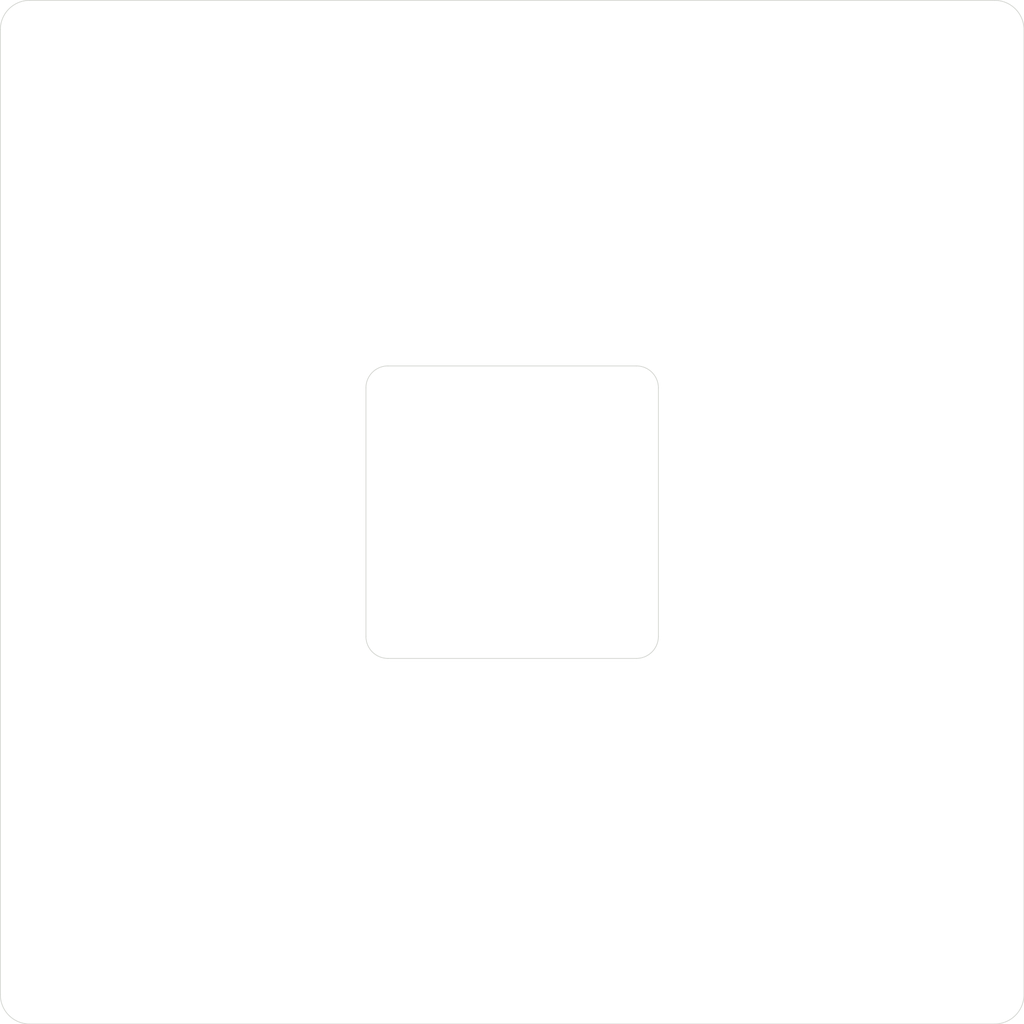
<source format=kicad_pcb>
(kicad_pcb
	(version 20240706)
	(generator "pcbnew")
	(generator_version "8.99")
	(general
		(thickness 1)
		(legacy_teardrops no)
	)
	(paper "A4")
	(layers
		(0 "F.Cu" signal)
		(31 "B.Cu" signal)
		(32 "B.Adhes" user "B.Adhesive")
		(33 "F.Adhes" user "F.Adhesive")
		(34 "B.Paste" user)
		(35 "F.Paste" user)
		(36 "B.SilkS" user "B.Silkscreen")
		(37 "F.SilkS" user "F.Silkscreen")
		(38 "B.Mask" user)
		(39 "F.Mask" user)
		(40 "Dwgs.User" user "User.Drawings")
		(41 "Cmts.User" user "User.Comments")
		(42 "Eco1.User" user "User.Eco1")
		(43 "Eco2.User" user "User.Eco2")
		(44 "Edge.Cuts" user)
		(45 "Margin" user)
		(46 "B.CrtYd" user "B.Courtyard")
		(47 "F.CrtYd" user "F.Courtyard")
		(48 "B.Fab" user)
		(49 "F.Fab" user)
		(50 "User.1" auxiliary)
		(51 "User.2" auxiliary)
		(52 "User.3" auxiliary)
		(53 "User.4" auxiliary)
		(54 "User.5" auxiliary)
		(55 "User.6" auxiliary)
		(56 "User.7" auxiliary)
		(57 "User.8" auxiliary)
		(58 "User.9" auxiliary)
	)
	(setup
		(stackup
			(layer "F.SilkS"
				(type "Top Silk Screen")
			)
			(layer "F.Paste"
				(type "Top Solder Paste")
			)
			(layer "F.Mask"
				(type "Top Solder Mask")
				(thickness 0.01)
			)
			(layer "F.Cu"
				(type "copper")
				(thickness 0.035)
			)
			(layer "dielectric 1"
				(type "core")
				(thickness 0.91)
				(material "FR4")
				(epsilon_r 4.5)
				(loss_tangent 0.02)
			)
			(layer "B.Cu"
				(type "copper")
				(thickness 0.035)
			)
			(layer "B.Mask"
				(type "Bottom Solder Mask")
				(thickness 0.01)
			)
			(layer "B.Paste"
				(type "Bottom Solder Paste")
			)
			(layer "B.SilkS"
				(type "Bottom Silk Screen")
			)
			(copper_finish "None")
			(dielectric_constraints no)
		)
		(pad_to_mask_clearance 0)
		(allow_soldermask_bridges_in_footprints no)
		(tenting front back)
		(grid_origin 148 95)
		(pcbplotparams
			(layerselection 0x00010f0_ffffffff)
			(plot_on_all_layers_selection 0x0000000_00000000)
			(disableapertmacros no)
			(usegerberextensions no)
			(usegerberattributes yes)
			(usegerberadvancedattributes yes)
			(creategerberjobfile no)
			(dashed_line_dash_ratio 12.000000)
			(dashed_line_gap_ratio 3.000000)
			(svgprecision 4)
			(plotframeref no)
			(mode 1)
			(useauxorigin no)
			(hpglpennumber 1)
			(hpglpenspeed 20)
			(hpglpendiameter 15.000000)
			(pdf_front_fp_property_popups yes)
			(pdf_back_fp_property_popups yes)
			(pdf_metadata yes)
			(dxfpolygonmode yes)
			(dxfimperialunits yes)
			(dxfusepcbnewfont yes)
			(psnegative no)
			(psa4output no)
			(plotinvisibletext no)
			(sketchpadsonfab no)
			(plotpadnumbers no)
			(hidednponfab no)
			(sketchdnponfab no)
			(crossoutdnponfab no)
			(subtractmaskfromsilk no)
			(outputformat 1)
			(mirror no)
			(drillshape 0)
			(scaleselection 1)
			(outputdirectory "")
		)
	)
	(net 0 "")
	(gr_line
		(start 156.5 85)
		(end 139.5 85)
		(stroke
			(width 0.05)
			(type default)
		)
		(layer "Edge.Cuts")
		(uuid "3338fea0-ef6f-4702-86de-60d1e592c592")
	)
	(gr_line
		(start 183 128)
		(end 183 62)
		(stroke
			(width 0.05)
			(type default)
		)
		(layer "Edge.Cuts")
		(uuid "3f834114-37e0-4897-b1f8-054a6f56fb41")
	)
	(gr_arc
		(start 158 103.5)
		(mid 157.56066 104.56066)
		(end 156.5 105)
		(stroke
			(width 0.05)
			(type default)
		)
		(layer "Edge.Cuts")
		(uuid "4030fe1f-11f5-4057-8e6e-9e7da98eb642")
	)
	(gr_arc
		(start 138 86.5)
		(mid 138.43934 85.43934)
		(end 139.5 85)
		(stroke
			(width 0.05)
			(type default)
		)
		(layer "Edge.Cuts")
		(uuid "535adf80-b56f-4c8e-ad20-69cb0ca6f796")
	)
	(gr_arc
		(start 156.5 85)
		(mid 157.56066 85.43934)
		(end 158 86.5)
		(stroke
			(width 0.05)
			(type default)
		)
		(layer "Edge.Cuts")
		(uuid "5eb23e2b-97ad-4300-b390-12f9b0e9e78c")
	)
	(gr_line
		(start 139.5 105)
		(end 156.5 105)
		(stroke
			(width 0.05)
			(type default)
		)
		(layer "Edge.Cuts")
		(uuid "64d6b477-3d51-4b3c-a6cd-c63806c7058e")
	)
	(gr_arc
		(start 115 130)
		(mid 113.585786 129.414214)
		(end 113 128)
		(stroke
			(width 0.05)
			(type default)
		)
		(layer "Edge.Cuts")
		(uuid "86971bb1-6faa-4587-bd13-4c7135dc360c")
	)
	(gr_arc
		(start 181 60)
		(mid 182.414214 60.585786)
		(end 183 62)
		(stroke
			(width 0.05)
			(type default)
		)
		(layer "Edge.Cuts")
		(uuid "9cee3a89-d27b-4100-9eed-f05f07d41f13")
	)
	(gr_arc
		(start 183 128)
		(mid 182.414214 129.414214)
		(end 181 130)
		(stroke
			(width 0.05)
			(type default)
		)
		(layer "Edge.Cuts")
		(uuid "9f57e940-6b69-4844-9395-179be3909954")
	)
	(gr_arc
		(start 113 62)
		(mid 113.585786 60.585786)
		(end 115 60)
		(stroke
			(width 0.05)
			(type default)
		)
		(layer "Edge.Cuts")
		(uuid "a8922eab-88e9-4b42-88bd-8b3305020d58")
	)
	(gr_line
		(start 138 86.5)
		(end 138 103.5)
		(stroke
			(width 0.05)
			(type default)
		)
		(layer "Edge.Cuts")
		(uuid "cedbe435-4302-4503-8fbb-6d93d003e7ef")
	)
	(gr_arc
		(start 139.5 105)
		(mid 138.43934 104.56066)
		(end 138 103.5)
		(stroke
			(width 0.05)
			(type default)
		)
		(layer "Edge.Cuts")
		(uuid "d2cdddf0-8a4e-4939-b90b-698642e21e4b")
	)
	(gr_line
		(start 115 130)
		(end 181 130)
		(stroke
			(width 0.05)
			(type default)
		)
		(layer "Edge.Cuts")
		(uuid "d3a45d96-fd1d-4d7c-a588-878ca5016d03")
	)
	(gr_line
		(start 113 62)
		(end 113 128)
		(stroke
			(width 0.05)
			(type default)
		)
		(layer "Edge.Cuts")
		(uuid "d97a3d1b-299a-46f1-aae9-681b3880bbbc")
	)
	(gr_line
		(start 181 60)
		(end 115 60)
		(stroke
			(width 0.05)
			(type default)
		)
		(layer "Edge.Cuts")
		(uuid "e232af3e-14e1-447a-9a32-1f6dcde1c159")
	)
	(gr_line
		(start 158 103.5)
		(end 158 86.5)
		(stroke
			(width 0.05)
			(type default)
		)
		(layer "Edge.Cuts")
		(uuid "f14ae964-4046-414b-b22b-d42f6272b2dd")
	)
	(embedded_fonts no)
)

</source>
